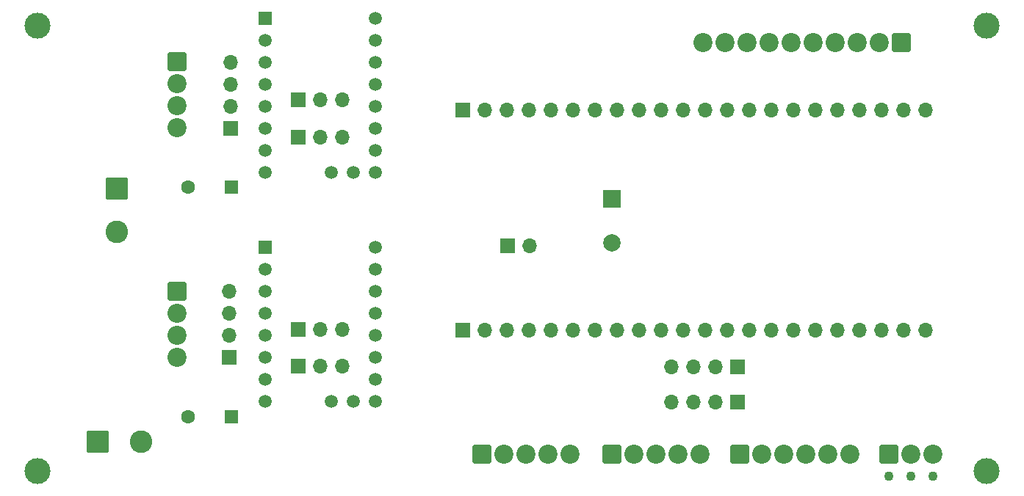
<source format=gbr>
%TF.GenerationSoftware,KiCad,Pcbnew,9.0.0*%
%TF.CreationDate,2025-03-28T18:05:30-06:00*%
%TF.ProjectId,Dark_Passenger_Turret_MCU,4461726b-5f50-4617-9373-656e6765725f,1.0*%
%TF.SameCoordinates,Original*%
%TF.FileFunction,Soldermask,Bot*%
%TF.FilePolarity,Negative*%
%FSLAX46Y46*%
G04 Gerber Fmt 4.6, Leading zero omitted, Abs format (unit mm)*
G04 Created by KiCad (PCBNEW 9.0.0) date 2025-03-28 18:05:30*
%MOMM*%
%LPD*%
G01*
G04 APERTURE LIST*
G04 Aperture macros list*
%AMRoundRect*
0 Rectangle with rounded corners*
0 $1 Rounding radius*
0 $2 $3 $4 $5 $6 $7 $8 $9 X,Y pos of 4 corners*
0 Add a 4 corners polygon primitive as box body*
4,1,4,$2,$3,$4,$5,$6,$7,$8,$9,$2,$3,0*
0 Add four circle primitives for the rounded corners*
1,1,$1+$1,$2,$3*
1,1,$1+$1,$4,$5*
1,1,$1+$1,$6,$7*
1,1,$1+$1,$8,$9*
0 Add four rect primitives between the rounded corners*
20,1,$1+$1,$2,$3,$4,$5,0*
20,1,$1+$1,$4,$5,$6,$7,0*
20,1,$1+$1,$6,$7,$8,$9,0*
20,1,$1+$1,$8,$9,$2,$3,0*%
G04 Aperture macros list end*
%ADD10RoundRect,0.249999X-0.850001X0.850001X-0.850001X-0.850001X0.850001X-0.850001X0.850001X0.850001X0*%
%ADD11C,2.200000*%
%ADD12R,1.700000X1.700000*%
%ADD13O,1.700000X1.700000*%
%ADD14C,3.000000*%
%ADD15R,1.508000X1.508000*%
%ADD16C,1.508000*%
%ADD17C,1.100000*%
%ADD18RoundRect,0.249999X-0.850001X-0.850001X0.850001X-0.850001X0.850001X0.850001X-0.850001X0.850001X0*%
%ADD19R,2.000000X2.000000*%
%ADD20C,2.000000*%
%ADD21R,1.600000X1.600000*%
%ADD22C,1.600000*%
%ADD23RoundRect,0.250000X-1.050000X-1.050000X1.050000X-1.050000X1.050000X1.050000X-1.050000X1.050000X0*%
%ADD24C,2.600000*%
%ADD25RoundRect,0.249999X0.850001X0.850001X-0.850001X0.850001X-0.850001X-0.850001X0.850001X-0.850001X0*%
%ADD26RoundRect,0.250000X-1.050000X1.050000X-1.050000X-1.050000X1.050000X-1.050000X1.050000X1.050000X0*%
G04 APERTURE END LIST*
D10*
%TO.C,J13*%
X62484200Y-35147600D03*
D11*
X62484200Y-37687600D03*
X62484200Y-40227600D03*
X62484200Y-42767600D03*
%TD*%
D12*
%TO.C,J1*%
X95428600Y-66134200D03*
D13*
X97968600Y-66134200D03*
X100508600Y-66134200D03*
X103048600Y-66134200D03*
X105588600Y-66134200D03*
X108128600Y-66134200D03*
X110668600Y-66134200D03*
X113208600Y-66134200D03*
X115748600Y-66134200D03*
X118288600Y-66134200D03*
X120828600Y-66134200D03*
X123368600Y-66134200D03*
X125908600Y-66134200D03*
X128448600Y-66134200D03*
X130988600Y-66134200D03*
X133528600Y-66134200D03*
X136068600Y-66134200D03*
X138608600Y-66134200D03*
X141148600Y-66134200D03*
X143688600Y-66134200D03*
X146228600Y-66134200D03*
X148768600Y-66134200D03*
%TD*%
D14*
%TO.C,H3*%
X155794836Y-82412100D03*
%TD*%
D12*
%TO.C,J11*%
X127091800Y-74441000D03*
D13*
X124551800Y-74441000D03*
X122011800Y-74441000D03*
X119471800Y-74441000D03*
%TD*%
D14*
%TO.C,H4*%
X46402185Y-82412100D03*
%TD*%
D12*
%TO.C,J16*%
X100578800Y-56363000D03*
D13*
X103118800Y-56363000D03*
%TD*%
D12*
%TO.C,J18*%
X68643181Y-42848638D03*
D13*
X68643181Y-40308638D03*
X68643181Y-37768638D03*
X68643181Y-35228638D03*
%TD*%
D14*
%TO.C,H2*%
X46402185Y-31037757D03*
%TD*%
D12*
%TO.C,J19*%
X76479600Y-66059400D03*
D13*
X79019600Y-66059400D03*
X81559600Y-66059400D03*
%TD*%
D12*
%TO.C,J2*%
X95428600Y-40734200D03*
D13*
X97968600Y-40734200D03*
X100508600Y-40734200D03*
X103048600Y-40734200D03*
X105588600Y-40734200D03*
X108128600Y-40734200D03*
X110668600Y-40734200D03*
X113208600Y-40734200D03*
X115748600Y-40734200D03*
X118288600Y-40734200D03*
X120828600Y-40734200D03*
X123368600Y-40734200D03*
X125908600Y-40734200D03*
X128448600Y-40734200D03*
X130988600Y-40734200D03*
X133528600Y-40734200D03*
X136068600Y-40734200D03*
X138608600Y-40734200D03*
X141148600Y-40734200D03*
X143688600Y-40734200D03*
X146228600Y-40734200D03*
X148768600Y-40734200D03*
%TD*%
D12*
%TO.C,J20*%
X76479600Y-39592600D03*
D13*
X79019600Y-39592600D03*
X81559600Y-39592600D03*
%TD*%
D15*
%TO.C,U1*%
X72644200Y-56585200D03*
D16*
X72644200Y-59125200D03*
X72644200Y-61665200D03*
X72644200Y-64205200D03*
X72644200Y-66745200D03*
X72644200Y-69285200D03*
X72644200Y-71825200D03*
X72644200Y-74365200D03*
X85344200Y-56585200D03*
X85344200Y-59125200D03*
X85344200Y-61665200D03*
X85344200Y-64205200D03*
X85344200Y-66745200D03*
X85344200Y-69285200D03*
X85344200Y-71825200D03*
X85344200Y-74365200D03*
X80264200Y-74365200D03*
X82804200Y-74365200D03*
%TD*%
D12*
%TO.C,J10*%
X127091800Y-70351600D03*
D13*
X124551800Y-70351600D03*
X122011800Y-70351600D03*
X119471800Y-70351600D03*
%TD*%
D17*
%TO.C,J4*%
X144576800Y-83026600D03*
X147116800Y-83026600D03*
X149656800Y-83026600D03*
D18*
X144576800Y-80486600D03*
D11*
X147116800Y-80486600D03*
X149656800Y-80486600D03*
%TD*%
D18*
%TO.C,J9*%
X127330200Y-80486600D03*
D11*
X129870200Y-80486600D03*
X132410200Y-80486600D03*
X134950200Y-80486600D03*
X137490200Y-80486600D03*
X140030200Y-80486600D03*
%TD*%
D19*
%TO.C,C1*%
X112649200Y-51026400D03*
D20*
X112649200Y-56026400D03*
%TD*%
D10*
%TO.C,J12*%
X62484200Y-61639800D03*
D11*
X62484200Y-64179800D03*
X62484200Y-66719800D03*
X62484200Y-69259800D03*
%TD*%
D18*
%TO.C,J7*%
X112598200Y-80486600D03*
D11*
X115138200Y-80486600D03*
X117678200Y-80486600D03*
X120218200Y-80486600D03*
X122758200Y-80486600D03*
%TD*%
D12*
%TO.C,J17*%
X68501181Y-69289619D03*
D13*
X68501181Y-66749619D03*
X68501181Y-64209619D03*
X68501181Y-61669619D03*
%TD*%
D21*
%TO.C,C3*%
X68783400Y-49651000D03*
D22*
X63783400Y-49651000D03*
%TD*%
D21*
%TO.C,C2*%
X68783400Y-76117800D03*
D22*
X63783400Y-76117800D03*
%TD*%
D18*
%TO.C,J6*%
X97663000Y-80486600D03*
D11*
X100203000Y-80486600D03*
X102743000Y-80486600D03*
X105283000Y-80486600D03*
X107823000Y-80486600D03*
%TD*%
D23*
%TO.C,J8*%
X53340200Y-78982700D03*
D24*
X58340200Y-78982700D03*
%TD*%
D12*
%TO.C,J15*%
X76479600Y-43859800D03*
D13*
X79019600Y-43859800D03*
X81559600Y-43859800D03*
%TD*%
D14*
%TO.C,H1*%
X155794836Y-31037757D03*
%TD*%
D25*
%TO.C,J3*%
X145948600Y-32917900D03*
D11*
X143408600Y-32917900D03*
X140868600Y-32917900D03*
X138328600Y-32917900D03*
X135788600Y-32917900D03*
X133248600Y-32917900D03*
X130708600Y-32917900D03*
X128168600Y-32917900D03*
X125628600Y-32917900D03*
X123088600Y-32917900D03*
%TD*%
D26*
%TO.C,J5*%
X55575200Y-49828800D03*
D24*
X55575200Y-54828800D03*
%TD*%
D12*
%TO.C,J14*%
X76479600Y-70326600D03*
D13*
X79019600Y-70326600D03*
X81559600Y-70326600D03*
%TD*%
D15*
%TO.C,U2*%
X72644200Y-30118400D03*
D16*
X72644200Y-32658400D03*
X72644200Y-35198400D03*
X72644200Y-37738400D03*
X72644200Y-40278400D03*
X72644200Y-42818400D03*
X72644200Y-45358400D03*
X72644200Y-47898400D03*
X85344200Y-30118400D03*
X85344200Y-32658400D03*
X85344200Y-35198400D03*
X85344200Y-37738400D03*
X85344200Y-40278400D03*
X85344200Y-42818400D03*
X85344200Y-45358400D03*
X85344200Y-47898400D03*
X80264200Y-47898400D03*
X82804200Y-47898400D03*
%TD*%
M02*

</source>
